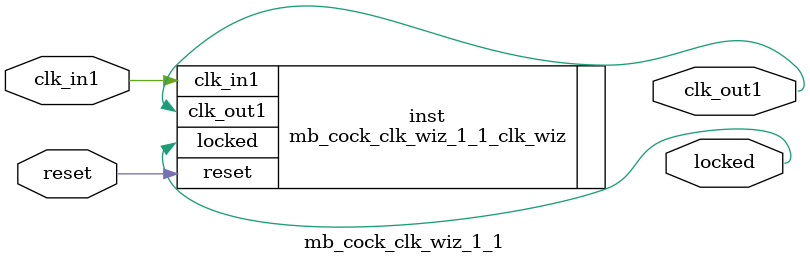
<source format=v>


`timescale 1ps/1ps

(* CORE_GENERATION_INFO = "mb_cock_clk_wiz_1_1,clk_wiz_v6_0_11_0_0,{component_name=mb_cock_clk_wiz_1_1,use_phase_alignment=true,use_min_o_jitter=false,use_max_i_jitter=false,use_dyn_phase_shift=false,use_inclk_switchover=false,use_dyn_reconfig=false,enable_axi=0,feedback_source=FDBK_AUTO,PRIMITIVE=MMCM,num_out_clk=1,clkin1_period=10.000,clkin2_period=10.000,use_power_down=false,use_reset=true,use_locked=true,use_inclk_stopped=false,feedback_type=SINGLE,CLOCK_MGR_TYPE=NA,manual_override=false}" *)

module mb_cock_clk_wiz_1_1 
 (
  // Clock out ports
  output        clk_out1,
  // Status and control signals
  input         reset,
  output        locked,
 // Clock in ports
  input         clk_in1
 );

  mb_cock_clk_wiz_1_1_clk_wiz inst
  (
  // Clock out ports  
  .clk_out1(clk_out1),
  // Status and control signals               
  .reset(reset), 
  .locked(locked),
 // Clock in ports
  .clk_in1(clk_in1)
  );

endmodule

</source>
